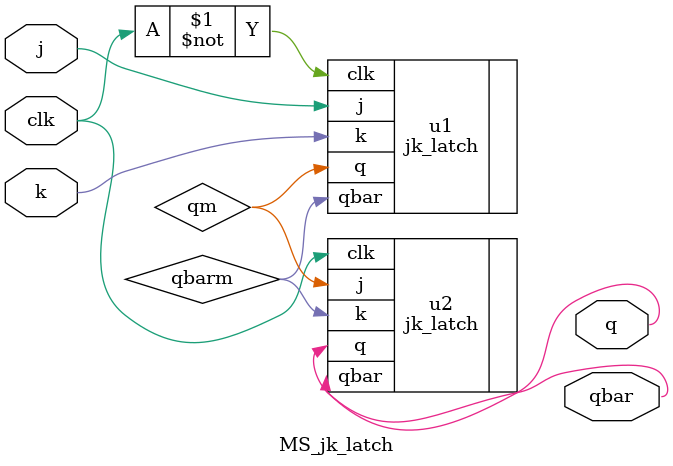
<source format=v>
`timescale 1ns / 1ps

module MS_jk_latch(input clk,input j,k,output q,qbar);
wire qm,qbarm;
jk_latch u1(.clk(~clk),.j(j),.k(k),.q(qm),.qbar(qbarm));
jk_latch u2(.clk(clk),.j(qm),.k(qbarm),.q(q),.qbar(qbar));
endmodule
</source>
